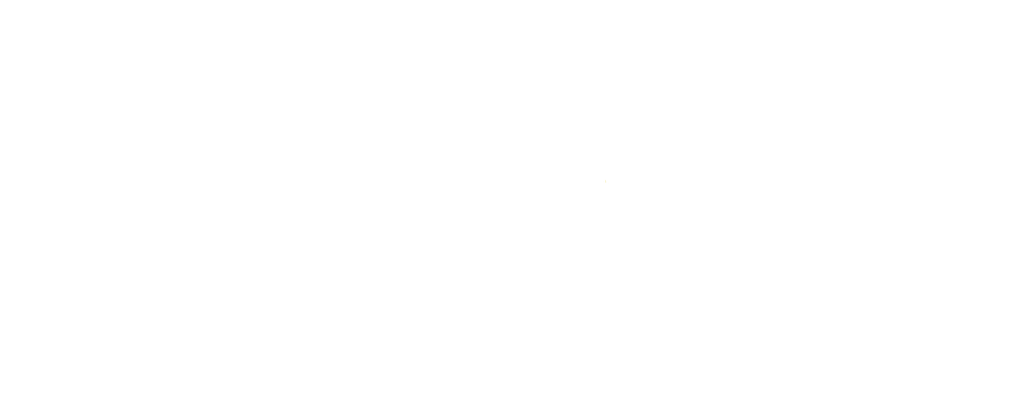
<source format=kicad_pcb>
(kicad_pcb (version 20240108) (generator pcbnew)
  (layers (0 "F.Cu" signal) (31 "B.Cu" signal) (34 "B.Paste" user) (35 "F.Paste" user) (36 "B.SilkS" user "B.Silkscreen") (37 "F.SilkS" user "F.Silkscreen") (38 "B.Mask" user) (39 "F.Mask" user) (44 "Edge.Cuts" user))
  (net 0 "")
  (footprint "MountingHole_5.3mm_M5_Pad" (layer "F.Cu") (at 0 0)
    (property "Reference" "REF**")
    (property "Value" "MountingHole_5.3mm_M5_Pad")
    (pad "1" thru_hole circle (at 0 0) (size 10.6 10.6) (drill 5.3) (layers *.Cu *.Mask) (remove_unused_layers))
  )
)
</source>
